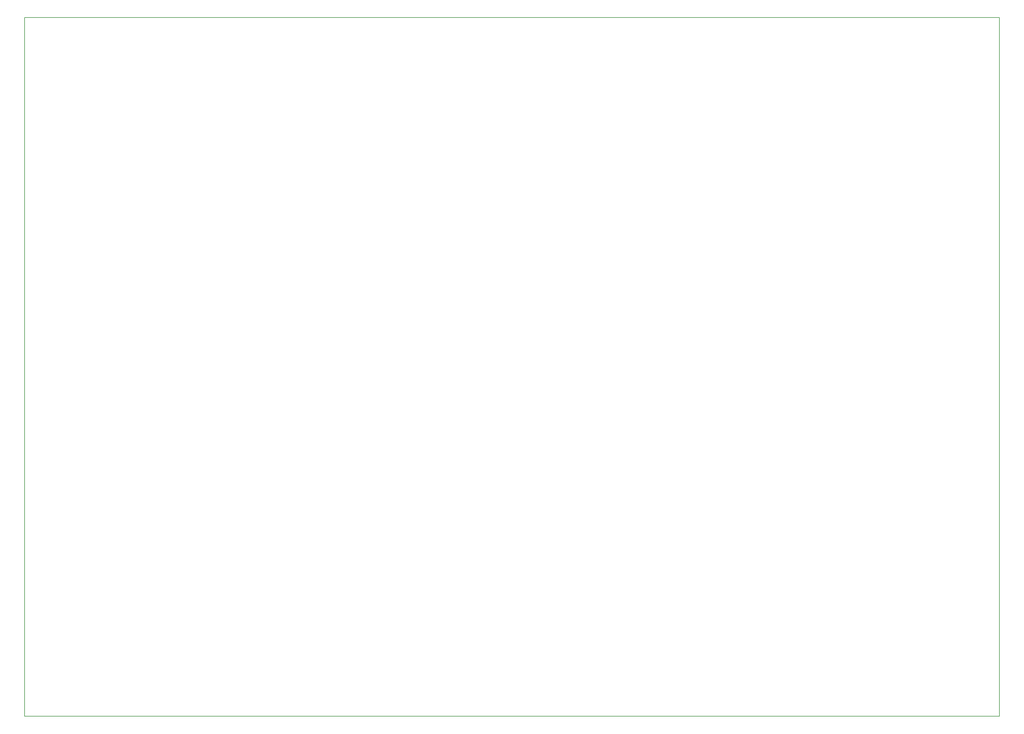
<source format=gbr>
G04 #@! TF.GenerationSoftware,KiCad,Pcbnew,(5.1.4)-1*
G04 #@! TF.CreationDate,2019-09-11T03:03:15-07:00*
G04 #@! TF.ProjectId,BrightBoard1,42726967-6874-4426-9f61-7264312e6b69,rev?*
G04 #@! TF.SameCoordinates,Original*
G04 #@! TF.FileFunction,Profile,NP*
%FSLAX46Y46*%
G04 Gerber Fmt 4.6, Leading zero omitted, Abs format (unit mm)*
G04 Created by KiCad (PCBNEW (5.1.4)-1) date 2019-09-11 03:03:15*
%MOMM*%
%LPD*%
G04 APERTURE LIST*
%ADD10C,0.150000*%
G04 APERTURE END LIST*
D10*
X152400000Y-95250000D02*
X444500000Y-95250000D01*
X444500000Y-304800000D02*
X444500000Y-95250000D01*
X152400000Y-304800000D02*
X444500000Y-304800000D01*
X152400000Y-95250000D02*
X152400000Y-304800000D01*
M02*

</source>
